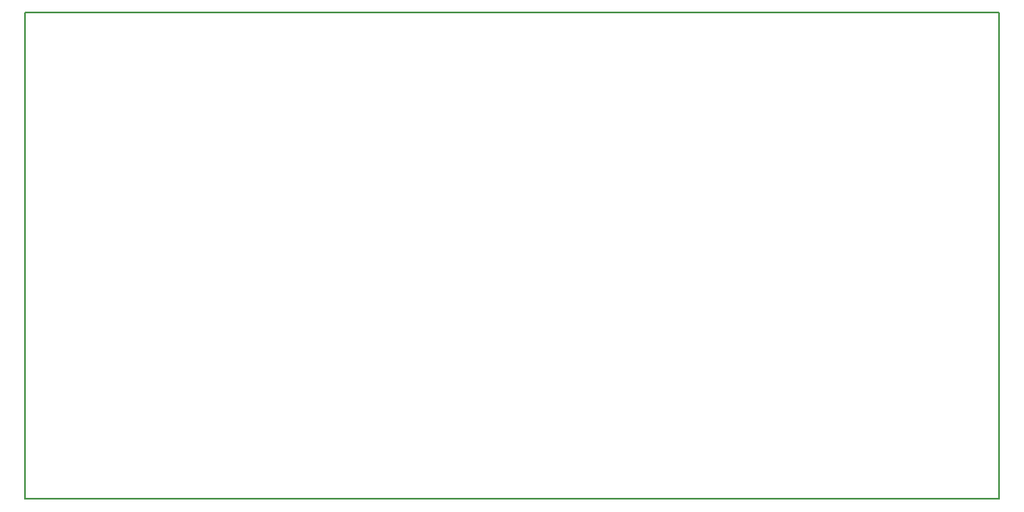
<source format=gm1>
G04 #@! TF.FileFunction,Profile,NP*
%FSLAX46Y46*%
G04 Gerber Fmt 4.6, Leading zero omitted, Abs format (unit mm)*
G04 Created by KiCad (PCBNEW 4.0.6) date 05/15/17 21:17:45*
%MOMM*%
%LPD*%
G01*
G04 APERTURE LIST*
%ADD10C,0.100000*%
%ADD11C,0.150000*%
G04 APERTURE END LIST*
D10*
D11*
X116840000Y-85090000D02*
X116840000Y-134620000D01*
X215900000Y-85090000D02*
X116840000Y-85090000D01*
X215900000Y-134620000D02*
X215900000Y-85090000D01*
X116840000Y-134620000D02*
X215900000Y-134620000D01*
M02*

</source>
